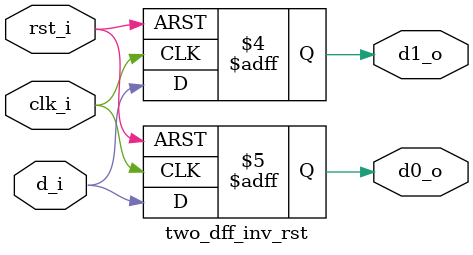
<source format=v>

`timescale 1ns / 1ps

module two_dff_inv_rst(
  clk_i,
  rst_i,
  d_i,
  d0_o, d1_o);
input wire clk_i;
input wire rst_i;
input wire d_i;
output reg d0_o;
output reg d1_o;

wire int_rst;

assign int_rst = ~rst_i;

always @(posedge clk_i or posedge rst_i) begin
  if (rst_i) begin
    d0_o <= 0;
  end else begin
    d0_o <= d_i;
  end
end

always @(posedge clk_i or posedge int_rst) begin
  if (int_rst) begin
    d1_o <= 0;
  end else begin
    d1_o <= d_i;
  end
end


endmodule

</source>
